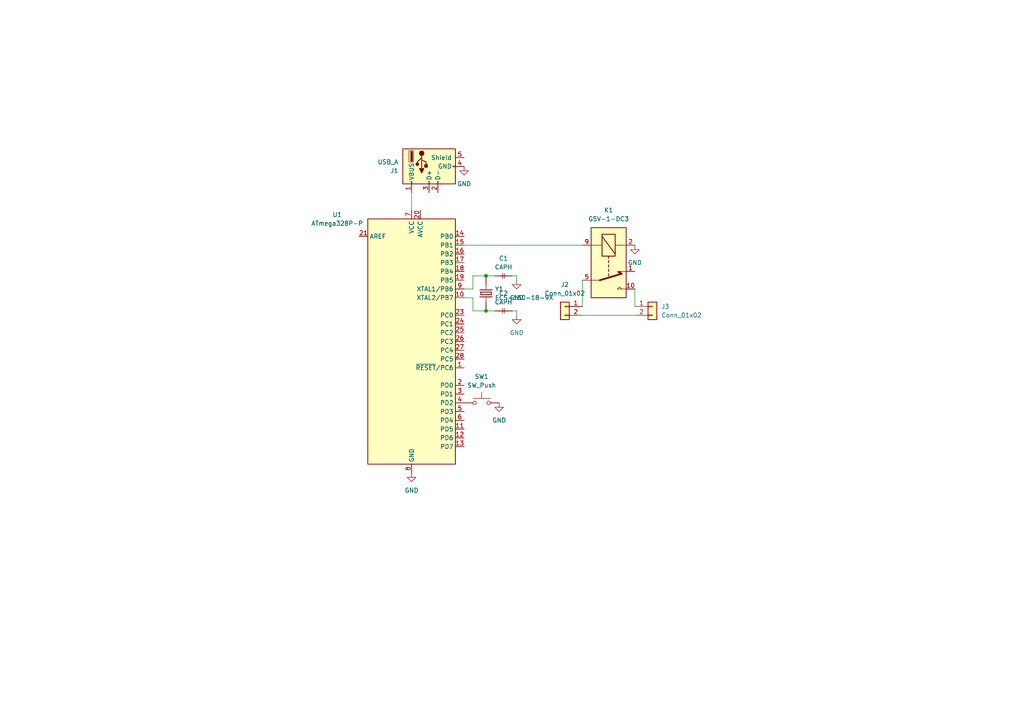
<source format=kicad_sch>
(kicad_sch (version 20231120) (generator "eeschema") (generator_version "8.0")
  (paper "A4")
  (lib_symbols
    (symbol "Connector:USB_A" (pin_names (offset 1.016))
      (property "Reference" "J" (at -5.08 11.43 0))
      (property "Value" "USB_A" (at -5.08 8.89 0))
      (symbol "USB_A_0_1"
        (rectangle (start -5.08 -7.62) (end 5.08 7.62) (stroke (width 0.254)) (fill (type background)))
        (circle (center -3.81 2.159) (radius 0.635) (stroke (width 0.254)) (fill (type outline)))
        (rectangle (start -1.524 4.826) (end -4.318 5.334) (fill (type outline)))
        (rectangle (start -1.27 4.572) (end -4.572 5.842))
        (circle (center -0.635 3.429) (radius 0.381) (stroke (width 0.254)) (fill (type outline)))
        (rectangle (start -0.127 -7.62) (end 0.127 -6.858))
        (polyline (pts (xy -3.175 2.159) (xy -2.54 2.159) (xy -1.27 3.429) (xy -0.635 3.429)) (stroke (width 0.254)))
        (polyline (pts (xy -2.54 2.159) (xy -1.905 2.159) (xy -1.27 0.889) (xy 0 0.889)) (stroke (width 0.254)))
        (polyline (pts (xy 0.635 2.794) (xy 0.635 1.524) (xy 1.905 2.159) (xy 0.635 2.794)) (stroke (width 0.254)) (fill (type outline)))
        (rectangle (start 0.254 1.27) (end -0.508 0.508) (stroke (width 0.254)) (fill (type outline)))
        (rectangle (start 5.08 -2.667) (end 4.318 -2.413))
        (rectangle (start 5.08 -0.127) (end 4.318 0.127))
        (rectangle (start 5.08 4.953) (end 4.318 5.207))
      )
      (symbol "USB_A_1_1"
        (polyline (pts (xy -1.905 2.159) (xy 0.635 2.159)) (stroke (width 0.254)))
        (pin power_in line (at 7.62 5.08 180) (length 2.54) (name "VBUS") (number "1"))
        (pin bidirectional line (at 7.62 -2.54 180) (length 2.54) (name "D-") (number "2"))
        (pin bidirectional line (at 7.62 0 180) (length 2.54) (name "D+") (number "3"))
        (pin power_in line (at 0 -10.16 90) (length 2.54) (name "GND") (number "4"))
        (pin passive line (at -2.54 -10.16 90) (length 2.54) (name "Shield") (number "5"))
      )
    )
    (symbol "Connector_Generic:Conn_01x02" (pin_names (offset 1.016) hide)
      (property "Reference" "J" (at 0 2.54 0))
      (property "Value" "Conn_01x02" (at 0 -5.08 0))
      (symbol "Conn_01x02_1_1"
        (rectangle (start -1.27 -2.413) (end 0 -2.667) (stroke (width 0.1524)))
        (rectangle (start -1.27 0.127) (end 0 -0.127) (stroke (width 0.1524)))
        (rectangle (start -1.27 1.27) (end 1.27 -3.81) (stroke (width 0.254)) (fill (type background)))
        (pin passive line (at -5.08 0 0) (length 3.81) (name "Pin_1") (number "1"))
        (pin passive line (at -5.08 -2.54 0) (length 3.81) (name "Pin_2") (number "2"))
      )
    )
    (symbol "ECS-160-18-9X:ECS-160-18-9X" (pin_numbers hide) (pin_names (offset 1.016) hide)
      (property "Reference" "Y" (at -3.81 2.54 0))
      (property "Value" "ECS-160-18-9X" (at -3.81 -4.826 0))
      (symbol "ECS-160-18-9X_0_0"
        (polyline (pts (xy -2.54 0) (xy -1.016 0)) (stroke (width 0.1524)))
        (polyline (pts (xy -1.016 1.778) (xy -1.016 -1.778)) (stroke (width 0.254)))
        (polyline (pts (xy -0.381 -1.524) (xy 0.381 -1.524)) (stroke (width 0.254)))
        (polyline (pts (xy -0.381 1.524) (xy -0.381 -1.524)) (stroke (width 0.254)))
        (polyline (pts (xy 0.381 -1.524) (xy 0.381 1.524)) (stroke (width 0.254)))
        (polyline (pts (xy 0.381 1.524) (xy -0.381 1.524)) (stroke (width 0.254)))
        (polyline (pts (xy 1.016 0) (xy 2.54 0)) (stroke (width 0.1524)))
        (polyline (pts (xy 1.016 1.778) (xy 1.016 -1.778)) (stroke (width 0.254)))
        (pin passive line (at -5.08 0 0) (length 2.54) (name "~") (number "1"))
        (pin passive line (at 5.08 0 180) (length 2.54) (name "~") (number "2"))
      )
    )
    (symbol "GRM1555C1H270JA01D:CAPH" (pin_numbers hide) (pin_names (offset 1.016) hide)
      (property "Reference" "C" (at 0 2.032 0))
      (property "Value" "CAPH" (at 0 -1.524 0))
      (symbol "CAPH_0_0"
        (pin passive line (at -2.54 0 0) (length 2.54) (name "~") (number "1"))
        (pin passive line (at 2.54 0 180) (length 2.54) (name "~") (number "2"))
      )
      (symbol "CAPH_0_1"
        (rectangle (start -1.27 0) (end 1.27 0))
        (polyline (pts (xy -0.254 -0.762) (xy -0.254 0.762)))
        (polyline (pts (xy 0.254 -0.762) (xy 0.254 0.762)))
      )
    )
    (symbol "MCU_Microchip_ATmega:ATmega328P-P"
      (property "Reference" "U" (at -12.7 36.83 0))
      (property "Value" "ATmega328P-P" (at 2.54 -36.83 0))
      (symbol "ATmega328P-P_0_1"
        (rectangle (start -12.7 -35.56) (end 12.7 35.56) (stroke (width 0.254)) (fill (type background)))
      )
      (symbol "ATmega328P-P_1_1"
        (pin bidirectional line (at 15.24 -7.62 180) (length 2.54) (name "~{RESET}/PC6") (number "1"))
        (pin bidirectional line (at 15.24 12.7 180) (length 2.54) (name "XTAL2/PB7") (number "10"))
        (pin bidirectional line (at 15.24 -25.4 180) (length 2.54) (name "PD5") (number "11"))
        (pin bidirectional line (at 15.24 -27.94 180) (length 2.54) (name "PD6") (number "12"))
        (pin bidirectional line (at 15.24 -30.48 180) (length 2.54) (name "PD7") (number "13"))
        (pin bidirectional line (at 15.24 30.48 180) (length 2.54) (name "PB0") (number "14"))
        (pin bidirectional line (at 15.24 27.94 180) (length 2.54) (name "PB1") (number "15"))
        (pin bidirectional line (at 15.24 25.4 180) (length 2.54) (name "PB2") (number "16"))
        (pin bidirectional line (at 15.24 22.86 180) (length 2.54) (name "PB3") (number "17"))
        (pin bidirectional line (at 15.24 20.32 180) (length 2.54) (name "PB4") (number "18"))
        (pin bidirectional line (at 15.24 17.78 180) (length 2.54) (name "PB5") (number "19"))
        (pin bidirectional line (at 15.24 -12.7 180) (length 2.54) (name "PD0") (number "2"))
        (pin power_in line (at 2.54 38.1 270) (length 2.54) (name "AVCC") (number "20"))
        (pin passive line (at -15.24 30.48 0) (length 2.54) (name "AREF") (number "21"))
        (pin passive line (at 0 -38.1 90) (length 2.54) hide (name "GND") (number "22"))
        (pin bidirectional line (at 15.24 7.62 180) (length 2.54) (name "PC0") (number "23"))
        (pin bidirectional line (at 15.24 5.08 180) (length 2.54) (name "PC1") (number "24"))
        (pin bidirectional line (at 15.24 2.54 180) (length 2.54) (name "PC2") (number "25"))
        (pin bidirectional line (at 15.24 0 180) (length 2.54) (name "PC3") (number "26"))
        (pin bidirectional line (at 15.24 -2.54 180) (length 2.54) (name "PC4") (number "27"))
        (pin bidirectional line (at 15.24 -5.08 180) (length 2.54) (name "PC5") (number "28"))
        (pin bidirectional line (at 15.24 -15.24 180) (length 2.54) (name "PD1") (number "3"))
        (pin bidirectional line (at 15.24 -17.78 180) (length 2.54) (name "PD2") (number "4"))
        (pin bidirectional line (at 15.24 -20.32 180) (length 2.54) (name "PD3") (number "5"))
        (pin bidirectional line (at 15.24 -22.86 180) (length 2.54) (name "PD4") (number "6"))
        (pin power_in line (at 0 38.1 270) (length 2.54) (name "VCC") (number "7"))
        (pin power_in line (at 0 -38.1 90) (length 2.54) (name "GND") (number "8"))
        (pin bidirectional line (at 15.24 15.24 180) (length 2.54) (name "XTAL1/PB6") (number "9"))
      )
    )
    (symbol "Relay:G5V-1"
      (property "Reference" "K" (at 11.43 3.81 0))
      (property "Value" "G5V-1" (at 11.43 1.27 0))
      (symbol "G5V-1_0_0"
        (polyline (pts (xy 7.62 5.08) (xy 7.62 2.54) (xy 6.985 3.175) (xy 7.62 3.81)))
      )
      (symbol "G5V-1_0_1"
        (rectangle (start -10.16 5.08) (end 10.16 -5.08) (stroke (width 0.254)) (fill (type background)))
        (rectangle (start -8.255 1.905) (end -1.905 -1.905) (stroke (width 0.254)))
        (polyline (pts (xy -7.62 -1.905) (xy -2.54 1.905)) (stroke (width 0.254)))
        (polyline (pts (xy -5.08 -5.08) (xy -5.08 -1.905)))
        (polyline (pts (xy -5.08 5.08) (xy -5.08 1.905)))
        (polyline (pts (xy -1.905 0) (xy -1.27 0)) (stroke (width 0.254)))
        (polyline (pts (xy -0.635 0) (xy 0 0)) (stroke (width 0.254)))
        (polyline (pts (xy 0.635 0) (xy 1.27 0)) (stroke (width 0.254)))
        (polyline (pts (xy 1.905 0) (xy 2.54 0)) (stroke (width 0.254)))
        (polyline (pts (xy 3.175 0) (xy 3.81 0)) (stroke (width 0.254)))
        (polyline (pts (xy 5.08 -2.54) (xy 3.175 3.81)) (stroke (width 0.508)))
        (polyline (pts (xy 5.08 -2.54) (xy 5.08 -5.08)))
        (polyline (pts (xy 2.54 5.08) (xy 2.54 2.54) (xy 3.175 3.175) (xy 2.54 3.81)) (fill (type outline)))
      )
      (symbol "G5V-1_1_1"
        (pin passive line (at 2.54 7.62 270) (length 2.54) (name "~") (number "1"))
        (pin passive line (at 7.62 7.62 270) (length 2.54) (name "~") (number "10"))
        (pin passive line (at -5.08 7.62 270) (length 2.54) (name "~") (number "2"))
        (pin passive line (at 5.08 -7.62 90) (length 2.54) (name "~") (number "5"))
        (pin passive line (at 5.08 -7.62 90) (length 2.54) hide (name "~") (number "6"))
        (pin passive line (at -5.08 -7.62 90) (length 2.54) (name "~") (number "9"))
      )
    )
    (symbol "Switch:SW_Push" (pin_numbers hide) (pin_names (offset 1.016) hide)
      (property "Reference" "SW" (at 1.27 2.54 0))
      (property "Value" "SW_Push" (at 0 -1.524 0))
      (symbol "SW_Push_0_1"
        (circle (center -2.032 0) (radius 0.508))
        (polyline (pts (xy 0 1.27) (xy 0 3.048)))
        (polyline (pts (xy 2.54 1.27) (xy -2.54 1.27)))
        (circle (center 2.032 0) (radius 0.508))
        (pin passive line (at -5.08 0 0) (length 2.54) (name "1") (number "1"))
        (pin passive line (at 5.08 0 180) (length 2.54) (name "2") (number "2"))
      )
    )
    (symbol "power:GND" (power) (pin_names (offset 0))
      (property "Value" "GND" (at 0 -3.81 0))
      (symbol "GND_0_1"
        (polyline (pts (xy 0 0) (xy 0 -1.27) (xy 1.27 -1.27) (xy 0 -2.54) (xy -1.27 -1.27) (xy 0 -1.27)))
      )
      (symbol "GND_1_1"
        (pin power_in line (at 0 0 270) (length 0) hide (name "GND") (number "1"))
      )
    )
  )
  (junction (at 140.97 90.17))
  (junction (at 140.97 80.01))
  (wire (pts (xy 134.62 83.82) (xy 137.16 83.82)))
  (wire (pts (xy 134.62 71.12) (xy 168.91 71.12)))
  (wire (pts (xy 149.86 81.28) (xy 149.86 80.01)))
  (wire (pts (xy 149.86 80.01) (xy 148.59 80.01)))
  (wire (pts (xy 140.97 80.01) (xy 143.51 80.01)))
  (wire (pts (xy 168.91 88.9) (xy 168.91 81.28)))
  (wire (pts (xy 140.97 90.17) (xy 137.16 90.17)))
  (wire (pts (xy 137.16 80.01) (xy 140.97 80.01)))
  (wire (pts (xy 137.16 86.36) (xy 134.62 86.36)))
  (wire (pts (xy 149.86 90.17) (xy 148.59 90.17)))
  (wire (pts (xy 140.97 90.17) (xy 143.51 90.17)))
  (wire (pts (xy 137.16 90.17) (xy 137.16 86.36)))
  (wire (pts (xy 149.86 91.44) (xy 149.86 90.17)))
  (wire (pts (xy 168.91 91.44) (xy 184.15 91.44)))
  (wire (pts (xy 137.16 83.82) (xy 137.16 80.01)))
  (wire (pts (xy 119.38 55.88) (xy 119.38 60.96)))
  (wire (pts (xy 184.15 88.9) (xy 184.15 83.82)))
  (symbol (lib_id "power:GND") (at 134.62 48.26 0) (unit 1)
    (property "Reference" "#PWR01" (effects (hide yes)))
    (property "Value" "GND" (at 134.62 53.34 0))
    (property "Description" "Power symbol creates a global label with name \"GND\" , ground" (effects (hide yes)))
  )
  (symbol (lib_id "power:GND") (at 119.38 137.16 0) (unit 1)
    (property "Reference" "#PWR03" (effects (hide yes)))
    (property "Value" "GND" (at 119.38 142.24 0))
    (property "Description" "Power symbol creates a global label with name \"GND\" , ground" (effects (hide yes)))
  )
  (symbol (lib_id "power:GND") (at 144.78 116.84 0) (unit 1)
    (property "Reference" "#PWR04" (effects (hide yes)))
    (property "Value" "GND" (at 144.78 121.92 0))
    (property "Description" "Power symbol creates a global label with name \"GND\" , ground" (effects (hide yes)))
  )
  (symbol (lib_id "GRM1555C1H270JA01D:CAPH") (at 146.05 90.17 0) (unit 1)
    (property "Reference" "C2" (at 146.05 85.09 0))
    (property "Value" "CAPH" (at 146.05 87.63 0))
    (property "Footprint" "GRM1555C1H270JA01D:GRM1555C1H270JA01D" (effects (hide yes)))
  )
  (symbol (lib_id "ECS-160-18-9X:ECS-160-18-9X") (at 140.97 85.09 90) (unit 1)
    (property "Reference" "Y1" (at 143.51 83.8199 90) (effects (justify right)))
    (property "Value" "ECS-160-18-9X" (at 143.51 86.3599 90) (effects (justify right)))
    (property "Footprint" "XTAL_ECS-160-18-9X" (effects (hide yes)))
  )
  (symbol (lib_id "power:GND") (at 149.86 91.44 0) (unit 1)
    (property "Reference" "#PWR05" (effects (hide yes)))
    (property "Value" "GND" (at 149.86 96.52 0))
    (property "Description" "Power symbol creates a global label with name \"GND\" , ground" (effects (hide yes)))
  )
  (symbol (lib_id "MCU_Microchip_ATmega:ATmega328P-P") (at 119.38 99.06 0) (unit 1)
    (property "Reference" "U1" (at 97.79 62.2614 0))
    (property "Value" "ATmega328P-P" (at 97.79 64.8014 0))
    (property "Footprint" "Package_DIP:DIP-28_W7.62mm" (effects (hide yes)))
    (property "Datasheet" "http://ww1.microchip.com/downloads/en/DeviceDoc/ATmega328_P%20AVR%20MCU%20with%20picoPower%20Technology%20Data%20Sheet%2040001984A.pdf" (effects (hide yes)))
    (property "Description" "20MHz, 32kB Flash, 2kB SRAM, 1kB EEPROM, DIP-28" (effects (hide yes)))
  )
  (symbol (lib_id "Connector:USB_A") (at 124.46 48.26 90) (mirror x) (unit 1)
    (property "Reference" "J1" (at 115.57 49.5301 90) (effects (justify left)))
    (property "Value" "USB_A" (at 115.57 46.9901 90) (effects (justify left)))
    (property "Footprint" "Connector_USB:USB_A_CNCTech_1001-011-01101_Horizontal" (effects (hide yes)))
    (property "Description" "USB Type A connector" (effects (hide yes)))
  )
  (symbol (lib_id "GRM1555C1H270JA01D:CAPH") (at 146.05 80.01 0) (unit 1)
    (property "Reference" "C1" (at 146.05 74.93 0))
    (property "Value" "CAPH" (at 146.05 77.47 0))
    (property "Footprint" "GRM1555C1H270JA01D:GRM1555C1H270JA01D" (effects (hide yes)))
  )
  (symbol (lib_id "power:GND") (at 184.15 71.12 0) (unit 1)
    (property "Reference" "#PWR02" (effects (hide yes)))
    (property "Value" "GND" (at 184.15 76.2 0))
    (property "Description" "Power symbol creates a global label with name \"GND\" , ground" (effects (hide yes)))
  )
  (symbol (lib_id "Switch:SW_Push") (at 139.7 116.84 0) (unit 1)
    (property "Reference" "SW1" (at 139.7 109.22 0))
    (property "Value" "SW_Push" (at 139.7 111.76 0))
    (property "Footprint" "Button_Switch_THT:SW_PUSH_6mm_H5mm" (effects (hide yes)))
    (property "Description" "Push button switch, generic, two pins" (effects (hide yes)))
  )
  (symbol (lib_id "Connector_Generic:Conn_01x02") (at 163.83 88.9 0) (mirror y) (unit 1)
    (property "Reference" "J2" (at 163.83 82.55 0))
    (property "Value" "Conn_01x02" (at 163.83 85.09 0))
    (property "Footprint" "Connector_PinSocket_2.54mm:PinSocket_1x02_P2.54mm_Vertical" (effects (hide yes)))
    (property "Description" "Generic connector, single row, 01x02, script generated (kicad-library-utils/schlib/autogen/connector/)" (effects (hide yes)))
  )
  (symbol (lib_id "power:GND") (at 149.86 81.28 0) (unit 1)
    (property "Reference" "#PWR06" (effects (hide yes)))
    (property "Value" "GND" (at 149.86 86.36 0))
    (property "Description" "Power symbol creates a global label with name \"GND\" , ground" (effects (hide yes)))
  )
  (symbol (lib_id "Connector_Generic:Conn_01x02") (at 189.23 88.9 0) (unit 1)
    (property "Reference" "J3" (at 191.77 88.8999 0) (effects (justify left)))
    (property "Value" "Conn_01x02" (at 191.77 91.4399 0) (effects (justify left)))
    (property "Footprint" "Connector_PinSocket_2.54mm:PinSocket_1x02_P2.54mm_Vertical" (effects (hide yes)))
    (property "Description" "Generic connector, single row, 01x02, script generated (kicad-library-utils/schlib/autogen/connector/)" (effects (hide yes)))
  )
  (symbol (lib_id "Relay:G5V-1") (at 176.53 76.2 270) (unit 1)
    (property "Reference" "K1" (at 176.53 60.96 90))
    (property "Value" "G5V-1-DC3" (at 176.53 63.5 90))
    (property "Footprint" "Relay_THT:Relay_SPDT_Omron_G5V-1" (effects (hide yes)))
    (property "Datasheet" "http://omronfs.omron.com/en_US/ecb/products/pdf/en-g5v_1.pdf" (effects (hide yes)))
    (property "Description" "Ultra-miniature, Highly Sensitive SPDT Relay for Signal Circuits" (effects (hide yes)))
  )
)
</source>
